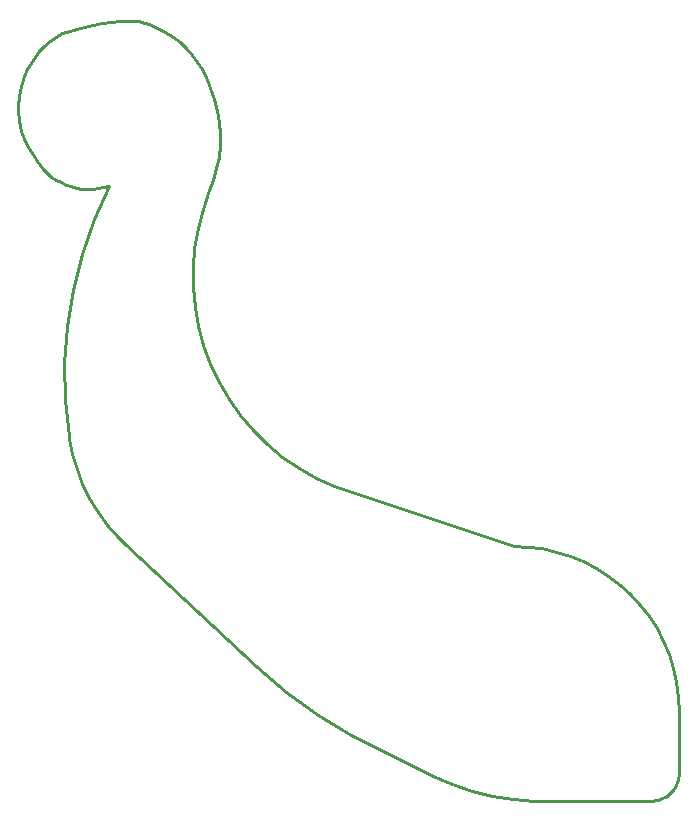
<source format=gko>
G04 EAGLE Gerber X2 export*
G75*
%MOMM*%
%FSLAX34Y34*%
%LPD*%
%AMOC8*
5,1,8,0,0,1.08239X$1,22.5*%
G01*
%ADD10C,0.254000*%


D10*
X12700Y546100D02*
X15069Y542109D01*
X17778Y538340D01*
X20804Y534822D01*
X24125Y531580D01*
X27717Y528641D01*
X31551Y526025D01*
X35598Y523754D01*
X39828Y521844D01*
X44208Y520310D01*
X48705Y519163D01*
X53285Y518413D01*
X57913Y518065D01*
X62554Y518122D01*
X67172Y518583D01*
X71732Y519444D01*
X76200Y520700D01*
X63504Y492272D01*
X53335Y462845D01*
X45768Y432644D01*
X40863Y401899D01*
X38656Y370843D01*
X39164Y339713D01*
X42383Y308745D01*
X42673Y306829D01*
X45297Y293632D01*
X49061Y280715D01*
X53936Y268174D01*
X59886Y256107D01*
X66866Y244604D01*
X74821Y233753D01*
X83692Y223636D01*
X89875Y217530D01*
X201414Y113427D01*
X226428Y92044D01*
X253211Y72922D01*
X281558Y56208D01*
X290100Y51800D01*
X351000Y21350D01*
X367109Y14156D01*
X383784Y8393D01*
X400897Y4106D01*
X418319Y1326D01*
X435917Y75D01*
X441440Y0D01*
X534993Y0D01*
X537068Y91D01*
X539127Y362D01*
X541154Y811D01*
X543135Y1436D01*
X545054Y2231D01*
X546896Y3190D01*
X548648Y4306D01*
X550296Y5570D01*
X551827Y6973D01*
X553230Y8504D01*
X554494Y10152D01*
X555610Y11904D01*
X556569Y13746D01*
X557364Y15665D01*
X557989Y17646D01*
X558438Y19673D01*
X558709Y21733D01*
X558800Y23807D01*
X558800Y76200D01*
X558268Y88376D01*
X556678Y100459D01*
X554040Y112357D01*
X550375Y123980D01*
X545711Y135240D01*
X540084Y146050D01*
X533536Y156329D01*
X526116Y165997D01*
X517883Y174983D01*
X508897Y183216D01*
X499229Y190636D01*
X488950Y197184D01*
X478140Y202811D01*
X466880Y207475D01*
X455257Y211140D01*
X443359Y213778D01*
X431276Y215368D01*
X419100Y215900D01*
X266700Y266700D01*
X251479Y273686D01*
X236925Y281972D01*
X223149Y291494D01*
X210254Y302182D01*
X198341Y313952D01*
X187498Y326716D01*
X177810Y340376D01*
X169348Y354829D01*
X162179Y369964D01*
X156356Y385666D01*
X151924Y401817D01*
X148916Y418292D01*
X147355Y434966D01*
X147254Y451713D01*
X148612Y468405D01*
X151421Y484916D01*
X155657Y501118D01*
X161290Y516890D01*
X164769Y526099D01*
X167433Y535576D01*
X169260Y545248D01*
X170238Y555044D01*
X170358Y564887D01*
X169620Y574704D01*
X168029Y584418D01*
X165597Y593957D01*
X162343Y603248D01*
X161290Y605790D01*
X158499Y612732D01*
X155113Y619404D01*
X151159Y625756D01*
X146667Y631739D01*
X141670Y637308D01*
X136206Y642420D01*
X130318Y647036D01*
X124050Y651121D01*
X117450Y654645D01*
X110568Y657580D01*
X103456Y659904D01*
X101600Y660400D01*
X85936Y660155D01*
X70353Y658545D01*
X54970Y655584D01*
X39903Y651293D01*
X36830Y650240D01*
X31491Y647040D01*
X26452Y643387D01*
X21750Y639309D01*
X17421Y634837D01*
X13499Y630004D01*
X10013Y624848D01*
X6989Y619408D01*
X4451Y613725D01*
X2419Y607842D01*
X906Y601804D01*
X-74Y595658D01*
X-516Y589449D01*
X-414Y583226D01*
X230Y577035D01*
X1411Y570924D01*
X3120Y564940D01*
X5344Y559126D01*
X8066Y553529D01*
X11266Y548190D01*
X12700Y546100D01*
M02*

</source>
